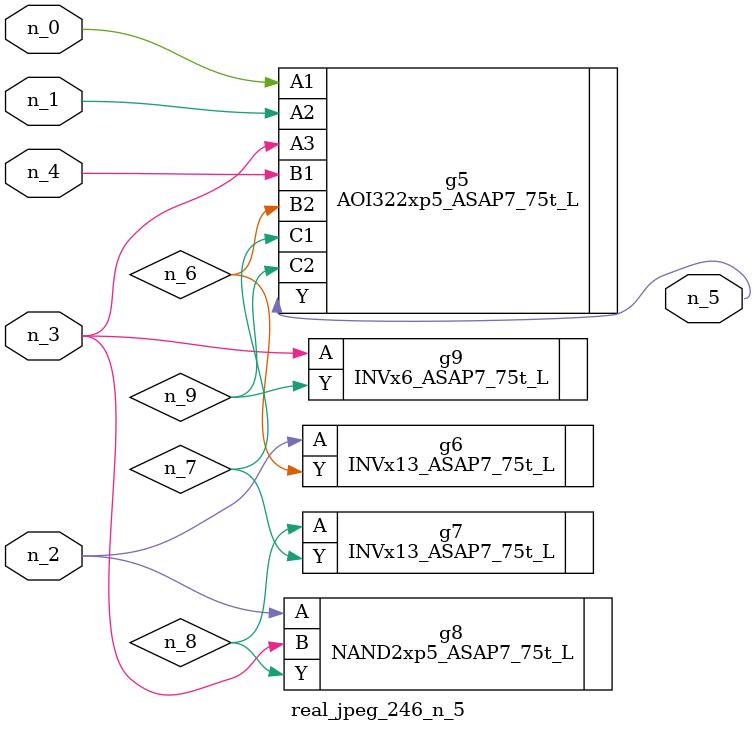
<source format=v>
module real_jpeg_246_n_5 (n_4, n_0, n_1, n_2, n_3, n_5);

input n_4;
input n_0;
input n_1;
input n_2;
input n_3;

output n_5;

wire n_8;
wire n_6;
wire n_7;
wire n_9;

AOI322xp5_ASAP7_75t_L g5 ( 
.A1(n_0),
.A2(n_1),
.A3(n_3),
.B1(n_4),
.B2(n_6),
.C1(n_7),
.C2(n_9),
.Y(n_5)
);

INVx13_ASAP7_75t_L g6 ( 
.A(n_2),
.Y(n_6)
);

NAND2xp5_ASAP7_75t_L g8 ( 
.A(n_2),
.B(n_3),
.Y(n_8)
);

INVx6_ASAP7_75t_L g9 ( 
.A(n_3),
.Y(n_9)
);

INVx13_ASAP7_75t_L g7 ( 
.A(n_8),
.Y(n_7)
);


endmodule
</source>
